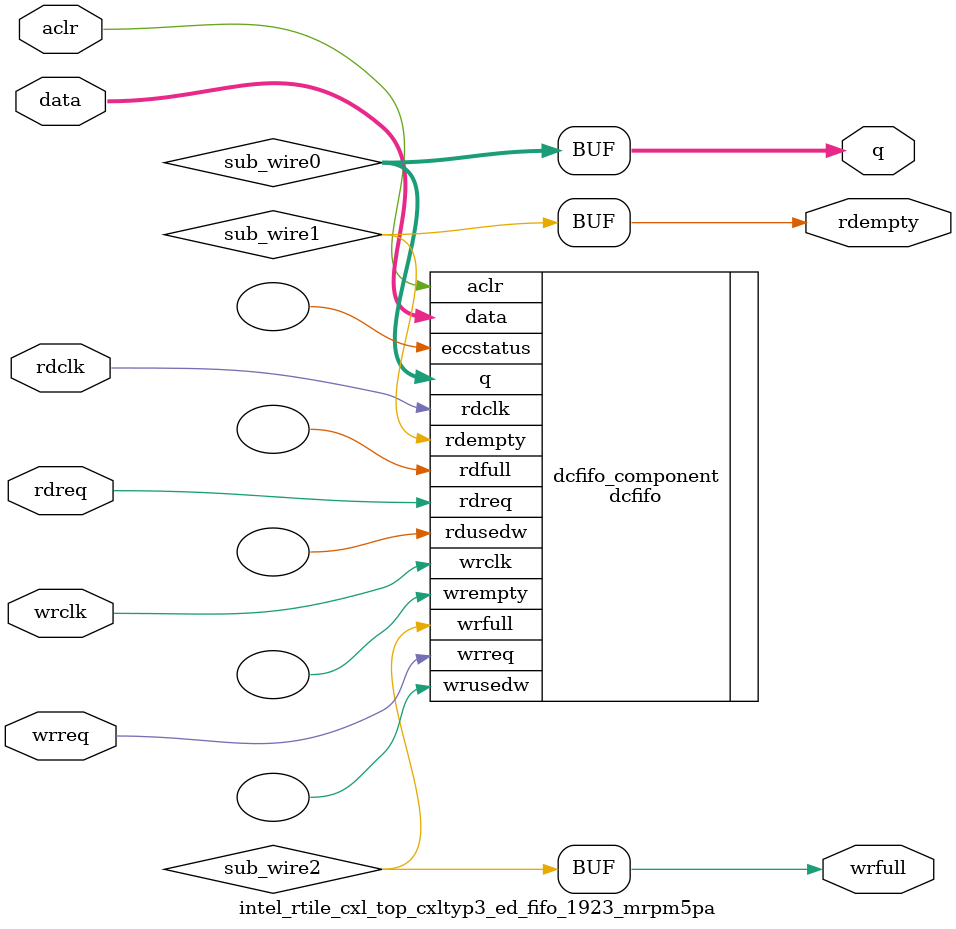
<source format=v>



`timescale 1 ps / 1 ps
// synopsys translate_on
module  intel_rtile_cxl_top_cxltyp3_ed_fifo_1923_mrpm5pa  (
    aclr,
    data,
    rdclk,
    rdreq,
    wrclk,
    wrreq,
    q,
    rdempty,
    wrfull);

    input    aclr;
    input  [143:0]  data;
    input    rdclk;
    input    rdreq;
    input    wrclk;
    input    wrreq;
    output [143:0]  q;
    output   rdempty;
    output   wrfull;
`ifndef ALTERA_RESERVED_QIS
// synopsys translate_off
`endif
    tri0     aclr;
`ifndef ALTERA_RESERVED_QIS
// synopsys translate_on
`endif

    wire [143:0] sub_wire0;
    wire  sub_wire1;
    wire  sub_wire2;
    wire [143:0] q = sub_wire0[143:0];
    wire  rdempty = sub_wire1;
    wire  wrfull = sub_wire2;

    dcfifo  dcfifo_component (
                .aclr (aclr),
                .data (data),
                .rdclk (rdclk),
                .rdreq (rdreq),
                .wrclk (wrclk),
                .wrreq (wrreq),
                .q (sub_wire0),
                .rdempty (sub_wire1),
                .wrfull (sub_wire2),
                .eccstatus (),
                .rdfull (),
                .rdusedw (),
                .wrempty (),
                .wrusedw ());
    defparam
        dcfifo_component.enable_ecc  = "FALSE",
        dcfifo_component.intended_device_family  = "Agilex 7",
        dcfifo_component.lpm_hint  = "DISABLE_DCFIFO_EMBEDDED_TIMING_CONSTRAINT=TRUE",
        dcfifo_component.lpm_numwords  = 8,
        dcfifo_component.lpm_showahead  = "ON",
        dcfifo_component.lpm_type  = "dcfifo",
        dcfifo_component.lpm_width  = 144,
        dcfifo_component.lpm_widthu  = 3,
        dcfifo_component.overflow_checking  = "ON",
        dcfifo_component.rdsync_delaypipe  = 5,
        dcfifo_component.read_aclr_synch  = "ON",
        dcfifo_component.underflow_checking  = "ON",
        dcfifo_component.use_eab  = "ON",
        dcfifo_component.write_aclr_synch  = "OFF",
        dcfifo_component.wrsync_delaypipe  = 5;


endmodule



</source>
